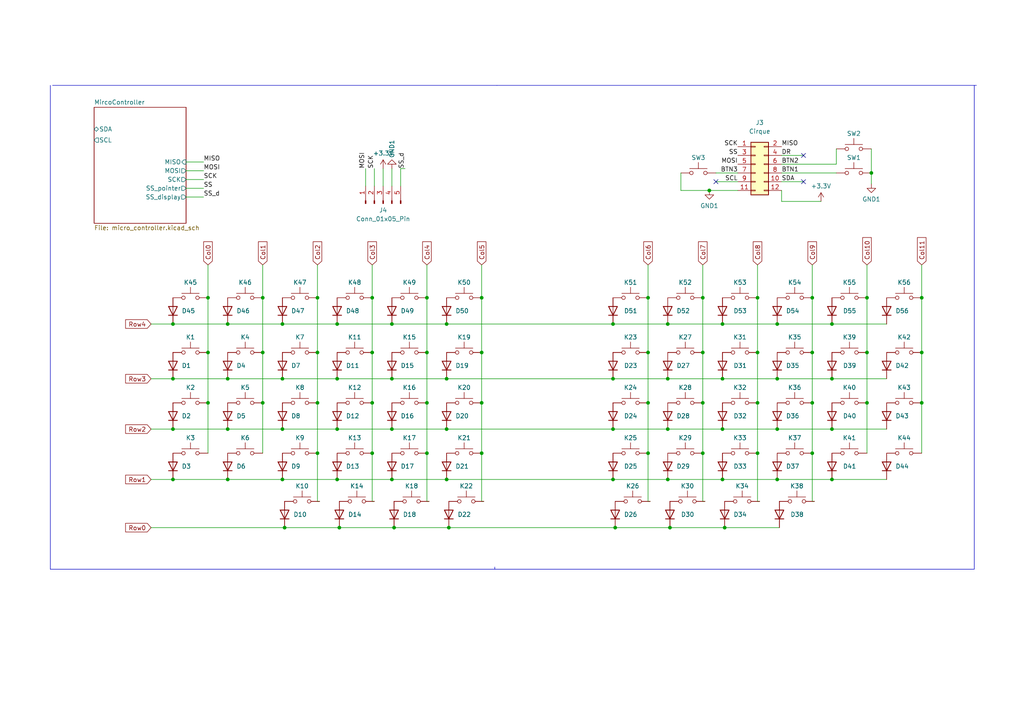
<source format=kicad_sch>
(kicad_sch (version 20230121) (generator eeschema)
  (paper "A4")
  (lib_symbols
    (symbol "Connector:Conn_01x05_Pin" (pin_names (offset 1.016) hide)
      (property "Reference" "J" (at 0 7.62 0))
      (property "Value" "Conn_01x05_Pin" (at 0 -7.62 0))
      (symbol "Conn_01x05_Pin_1_1"
        (polyline (pts (xy 1.27 -5.08) (xy 0.8636 -5.08)) (stroke (width 0.1524)))
        (polyline (pts (xy 1.27 -2.54) (xy 0.8636 -2.54)) (stroke (width 0.1524)))
        (polyline (pts (xy 1.27 0) (xy 0.8636 0)) (stroke (width 0.1524)))
        (polyline (pts (xy 1.27 2.54) (xy 0.8636 2.54)) (stroke (width 0.1524)))
        (polyline (pts (xy 1.27 5.08) (xy 0.8636 5.08)) (stroke (width 0.1524)))
        (rectangle (start 0.8636 -4.953) (end 0 -5.207) (stroke (width 0.1524)) (fill (type outline)))
        (rectangle (start 0.8636 -2.413) (end 0 -2.667) (stroke (width 0.1524)) (fill (type outline)))
        (rectangle (start 0.8636 0.127) (end 0 -0.127) (stroke (width 0.1524)) (fill (type outline)))
        (rectangle (start 0.8636 2.667) (end 0 2.413) (stroke (width 0.1524)) (fill (type outline)))
        (rectangle (start 0.8636 5.207) (end 0 4.953) (stroke (width 0.1524)) (fill (type outline)))
        (pin passive line (at 5.08 5.08 180) (length 3.81) (name "Pin_1") (number "1"))
        (pin passive line (at 5.08 2.54 180) (length 3.81) (name "Pin_2") (number "2"))
        (pin passive line (at 5.08 0 180) (length 3.81) (name "Pin_3") (number "3"))
        (pin passive line (at 5.08 -2.54 180) (length 3.81) (name "Pin_4") (number "4"))
        (pin passive line (at 5.08 -5.08 180) (length 3.81) (name "Pin_5") (number "5"))
      )
    )
    (symbol "Connector_Generic:Conn_02x06_Odd_Even" (pin_names (offset 1.016) hide)
      (property "Reference" "J" (at 1.27 7.62 0))
      (property "Value" "Conn_02x06_Odd_Even" (at 1.27 -10.16 0))
      (symbol "Conn_02x06_Odd_Even_1_1"
        (rectangle (start -1.27 -7.493) (end 0 -7.747) (stroke (width 0.1524)))
        (rectangle (start -1.27 -4.953) (end 0 -5.207) (stroke (width 0.1524)))
        (rectangle (start -1.27 -2.413) (end 0 -2.667) (stroke (width 0.1524)))
        (rectangle (start -1.27 0.127) (end 0 -0.127) (stroke (width 0.1524)))
        (rectangle (start -1.27 2.667) (end 0 2.413) (stroke (width 0.1524)))
        (rectangle (start -1.27 5.207) (end 0 4.953) (stroke (width 0.1524)))
        (rectangle (start -1.27 6.35) (end 3.81 -8.89) (stroke (width 0.254)) (fill (type background)))
        (rectangle (start 3.81 -7.493) (end 2.54 -7.747) (stroke (width 0.1524)))
        (rectangle (start 3.81 -4.953) (end 2.54 -5.207) (stroke (width 0.1524)))
        (rectangle (start 3.81 -2.413) (end 2.54 -2.667) (stroke (width 0.1524)))
        (rectangle (start 3.81 0.127) (end 2.54 -0.127) (stroke (width 0.1524)))
        (rectangle (start 3.81 2.667) (end 2.54 2.413) (stroke (width 0.1524)))
        (rectangle (start 3.81 5.207) (end 2.54 4.953) (stroke (width 0.1524)))
        (pin passive line (at -5.08 5.08 0) (length 3.81) (name "Pin_1") (number "1"))
        (pin passive line (at 7.62 -5.08 180) (length 3.81) (name "Pin_10") (number "10"))
        (pin passive line (at -5.08 -7.62 0) (length 3.81) (name "Pin_11") (number "11"))
        (pin passive line (at 7.62 -7.62 180) (length 3.81) (name "Pin_12") (number "12"))
        (pin passive line (at 7.62 5.08 180) (length 3.81) (name "Pin_2") (number "2"))
        (pin passive line (at -5.08 2.54 0) (length 3.81) (name "Pin_3") (number "3"))
        (pin passive line (at 7.62 2.54 180) (length 3.81) (name "Pin_4") (number "4"))
        (pin passive line (at -5.08 0 0) (length 3.81) (name "Pin_5") (number "5"))
        (pin passive line (at 7.62 0 180) (length 3.81) (name "Pin_6") (number "6"))
        (pin passive line (at -5.08 -2.54 0) (length 3.81) (name "Pin_7") (number "7"))
        (pin passive line (at 7.62 -2.54 180) (length 3.81) (name "Pin_8") (number "8"))
        (pin passive line (at -5.08 -5.08 0) (length 3.81) (name "Pin_9") (number "9"))
      )
    )
    (symbol "Diode:1N4148W" (pin_numbers hide) (pin_names hide)
      (property "Reference" "D" (at 0 2.54 0))
      (property "Value" "1N4148W" (at 0 -2.54 0))
      (symbol "1N4148W_0_1"
        (polyline (pts (xy -1.27 1.27) (xy -1.27 -1.27)) (stroke (width 0.254)))
        (polyline (pts (xy 1.27 0) (xy -1.27 0)))
        (polyline (pts (xy 1.27 1.27) (xy 1.27 -1.27) (xy -1.27 0) (xy 1.27 1.27)) (stroke (width 0.254)))
      )
      (symbol "1N4148W_1_1"
        (pin passive line (at -3.81 0 0) (length 2.54) (name "K") (number "1"))
        (pin passive line (at 3.81 0 180) (length 2.54) (name "A") (number "2"))
      )
    )
    (symbol "Switch:SW_Push" (pin_numbers hide) (pin_names (offset 1.016) hide)
      (property "Reference" "SW" (at 1.27 2.54 0))
      (property "Value" "SW_Push" (at 0 -1.524 0))
      (symbol "SW_Push_0_1"
        (circle (center -2.032 0) (radius 0.508))
        (polyline (pts (xy 0 1.27) (xy 0 3.048)))
        (polyline (pts (xy 2.54 1.27) (xy -2.54 1.27)))
        (circle (center 2.032 0) (radius 0.508))
        (pin passive line (at -5.08 0 0) (length 2.54) (name "1") (number "1"))
        (pin passive line (at 5.08 0 180) (length 2.54) (name "2") (number "2"))
      )
    )
    (symbol "power:+3.3V" (power) (pin_names (offset 0))
      (property "Value" "+3.3V" (at 0 3.556 0))
      (symbol "+3.3V_0_1"
        (polyline (pts (xy -0.762 1.27) (xy 0 2.54)))
        (polyline (pts (xy 0 0) (xy 0 2.54)))
        (polyline (pts (xy 0 2.54) (xy 0.762 1.27)))
      )
      (symbol "+3.3V_1_1"
        (pin power_in line (at 0 0 90) (length 0) hide (name "+3.3V") (number "1"))
      )
    )
    (symbol "power:GND1" (power) (pin_names (offset 0))
      (property "Value" "GND1" (at 0 -3.81 0))
      (symbol "GND1_0_1"
        (polyline (pts (xy 0 0) (xy 0 -1.27) (xy 1.27 -1.27) (xy 0 -2.54) (xy -1.27 -1.27) (xy 0 -1.27)))
      )
      (symbol "GND1_1_1"
        (pin power_in line (at 0 0 270) (length 0) hide (name "GND1") (number "1"))
      )
    )
  )
  (junction (at 139.7 131.445))
  (junction (at 177.8 124.46))
  (junction (at 113.665 139.065))
  (junction (at 251.46 116.84))
  (junction (at 66.04 124.46))
  (junction (at 113.665 124.46))
  (junction (at 267.335 86.36))
  (junction (at 139.7 116.84))
  (junction (at 203.835 131.445))
  (junction (at 177.8 93.98))
  (junction (at 219.71 131.445))
  (junction (at 129.54 93.98))
  (junction (at 225.425 109.855))
  (junction (at 203.835 86.36))
  (junction (at 178.435 153.035))
  (junction (at 92.075 131.445))
  (junction (at 241.3 124.46))
  (junction (at 123.825 102.235))
  (junction (at 97.79 109.855))
  (junction (at 209.55 139.065))
  (junction (at 203.835 116.84))
  (junction (at 193.675 139.065))
  (junction (at 114.3 153.035))
  (junction (at 76.2 86.36))
  (junction (at 66.04 93.98))
  (junction (at 123.825 116.84))
  (junction (at 50.165 109.855))
  (junction (at 267.335 102.235))
  (junction (at 219.71 116.84))
  (junction (at 225.425 139.065))
  (junction (at 209.55 124.46))
  (junction (at 219.71 102.235))
  (junction (at 123.825 86.36))
  (junction (at 209.55 109.855))
  (junction (at 187.96 116.84))
  (junction (at 219.71 86.36))
  (junction (at 92.075 86.36))
  (junction (at 235.585 131.445))
  (junction (at 98.425 153.035))
  (junction (at 66.04 109.855))
  (junction (at 194.31 153.035))
  (junction (at 50.165 93.98))
  (junction (at 235.585 116.84))
  (junction (at 60.325 86.36))
  (junction (at 76.2 116.84))
  (junction (at 92.075 116.84))
  (junction (at 241.3 93.98))
  (junction (at 60.325 116.84))
  (junction (at 81.915 124.46))
  (junction (at 187.96 86.36))
  (junction (at 81.915 139.065))
  (junction (at 66.04 139.065))
  (junction (at 50.165 139.065))
  (junction (at 76.2 102.235))
  (junction (at 235.585 102.235))
  (junction (at 241.3 139.065))
  (junction (at 193.675 124.46))
  (junction (at 92.075 102.235))
  (junction (at 129.54 139.065))
  (junction (at 60.325 102.235))
  (junction (at 267.335 116.84))
  (junction (at 225.425 93.98))
  (junction (at 139.7 102.235))
  (junction (at 130.175 153.035))
  (junction (at 251.46 102.235))
  (junction (at 82.55 153.035))
  (junction (at 210.185 153.035))
  (junction (at 235.585 86.36))
  (junction (at 225.425 124.46))
  (junction (at 187.96 131.445))
  (junction (at 139.7 86.36))
  (junction (at 252.73 50.165))
  (junction (at 203.835 102.235))
  (junction (at 193.675 93.98))
  (junction (at 81.915 93.98))
  (junction (at 177.8 109.855))
  (junction (at 50.165 124.46))
  (junction (at 193.675 109.855))
  (junction (at 97.79 93.98))
  (junction (at 251.46 86.36))
  (junction (at 205.74 55.245))
  (junction (at 129.54 124.46))
  (junction (at 129.54 109.855))
  (junction (at 113.665 109.855))
  (junction (at 97.79 139.065))
  (junction (at 107.95 102.235))
  (junction (at 97.79 124.46))
  (junction (at 107.95 86.36))
  (junction (at 81.915 109.855))
  (junction (at 107.95 131.445))
  (junction (at 187.96 102.235))
  (junction (at 241.3 109.855))
  (junction (at 177.8 139.065))
  (junction (at 123.825 131.445))
  (junction (at 209.55 93.98))
  (junction (at 113.665 93.98))
  (junction (at 107.95 116.84))
  (no_connect (at 233.045 52.705))
  (no_connect (at 207.645 52.705))
  (no_connect (at 233.045 45.085))
  (wire (pts (xy 197.485 55.245) (xy 205.74 55.245)))
  (wire (pts (xy 53.975 49.53) (xy 59.055 49.53)))
  (wire (pts (xy 92.075 102.235) (xy 92.075 116.84)))
  (wire (pts (xy 187.96 116.84) (xy 187.96 131.445)))
  (wire (pts (xy 267.335 86.36) (xy 267.335 102.235)))
  (wire (pts (xy 139.7 131.445) (xy 139.7 145.415)))
  (wire (pts (xy 60.325 76.835) (xy 60.325 86.36)))
  (wire (pts (xy 252.73 43.18) (xy 252.73 50.165)))
  (wire (pts (xy 187.96 131.445) (xy 187.96 145.415)))
  (wire (pts (xy 43.815 153.035) (xy 82.55 153.035)))
  (wire (pts (xy 139.7 116.84) (xy 139.7 131.445)))
  (wire (pts (xy 209.55 93.98) (xy 225.425 93.98)))
  (wire (pts (xy 235.585 145.415) (xy 236.22 145.415)))
  (wire (pts (xy 43.815 124.46) (xy 50.165 124.46)))
  (wire (pts (xy 193.675 124.46) (xy 209.55 124.46)))
  (wire (pts (xy 107.95 102.235) (xy 107.95 116.84)))
  (wire (pts (xy 225.425 139.065) (xy 241.3 139.065)))
  (wire (pts (xy 43.815 93.98) (xy 50.165 93.98)))
  (wire (pts (xy 53.975 46.99) (xy 59.055 46.99)))
  (wire (pts (xy 241.3 124.46) (xy 257.175 124.46)))
  (wire (pts (xy 123.825 102.235) (xy 123.825 116.84)))
  (wire (pts (xy 81.915 109.855) (xy 97.79 109.855)))
  (wire (pts (xy 81.915 139.065) (xy 97.79 139.065)))
  (wire (pts (xy 106.045 48.895) (xy 106.045 53.975)))
  (wire (pts (xy 116.205 48.895) (xy 116.205 53.975)))
  (wire (pts (xy 219.71 145.415) (xy 220.345 145.415)))
  (wire (pts (xy 113.665 109.855) (xy 129.54 109.855)))
  (wire (pts (xy 114.3 153.035) (xy 130.175 153.035)))
  (wire (pts (xy 203.835 102.235) (xy 203.835 116.84)))
  (wire (pts (xy 193.675 139.065) (xy 209.55 139.065)))
  (wire (pts (xy 267.335 116.84) (xy 267.335 131.445)))
  (wire (pts (xy 203.835 131.445) (xy 203.835 145.415)))
  (wire (pts (xy 60.325 102.235) (xy 60.325 116.84)))
  (wire (pts (xy 197.485 50.165) (xy 197.485 55.245)))
  (wire (pts (xy 219.71 86.36) (xy 219.71 102.235)))
  (wire (pts (xy 178.435 153.035) (xy 194.31 153.035)))
  (wire (pts (xy 209.55 109.855) (xy 225.425 109.855)))
  (wire (pts (xy 203.835 116.84) (xy 203.835 131.445)))
  (wire (pts (xy 53.975 54.61) (xy 59.055 54.61)))
  (polyline (pts (xy 282.575 165.1) (xy 143.51 165.1)))
  (wire (pts (xy 107.95 145.415) (xy 108.585 145.415)))
  (wire (pts (xy 113.665 124.46) (xy 129.54 124.46)))
  (wire (pts (xy 207.645 50.165) (xy 213.995 50.165)))
  (polyline (pts (xy 143.51 164.465) (xy 143.51 165.1)))
  (wire (pts (xy 203.835 145.415) (xy 204.47 145.415)))
  (wire (pts (xy 209.55 124.46) (xy 225.425 124.46)))
  (wire (pts (xy 241.3 93.98) (xy 257.175 93.98)))
  (wire (pts (xy 177.8 109.855) (xy 193.675 109.855)))
  (wire (pts (xy 113.665 139.065) (xy 129.54 139.065)))
  (wire (pts (xy 50.165 124.46) (xy 66.04 124.46)))
  (wire (pts (xy 113.665 48.895) (xy 113.665 53.975)))
  (wire (pts (xy 123.825 145.415) (xy 124.46 145.415)))
  (wire (pts (xy 92.075 76.835) (xy 92.075 86.36)))
  (wire (pts (xy 111.125 48.895) (xy 111.125 53.975)))
  (wire (pts (xy 251.46 76.835) (xy 251.46 86.36)))
  (wire (pts (xy 187.96 102.235) (xy 187.96 116.84)))
  (wire (pts (xy 107.95 116.84) (xy 107.95 131.445)))
  (wire (pts (xy 66.04 109.855) (xy 81.915 109.855)))
  (wire (pts (xy 66.04 124.46) (xy 81.915 124.46)))
  (wire (pts (xy 251.46 116.84) (xy 251.46 131.445)))
  (wire (pts (xy 92.075 131.445) (xy 92.075 145.415)))
  (wire (pts (xy 107.95 86.36) (xy 107.95 102.235)))
  (wire (pts (xy 177.8 139.065) (xy 193.675 139.065)))
  (wire (pts (xy 267.335 76.835) (xy 267.335 86.36)))
  (wire (pts (xy 252.73 53.34) (xy 252.73 50.165)))
  (wire (pts (xy 97.79 93.98) (xy 113.665 93.98)))
  (wire (pts (xy 97.79 124.46) (xy 113.665 124.46)))
  (wire (pts (xy 207.645 52.705) (xy 213.995 52.705)))
  (wire (pts (xy 251.46 86.36) (xy 251.46 102.235)))
  (wire (pts (xy 66.04 93.98) (xy 81.915 93.98)))
  (wire (pts (xy 76.2 76.835) (xy 76.2 86.36)))
  (wire (pts (xy 82.55 153.035) (xy 98.425 153.035)))
  (wire (pts (xy 76.2 102.235) (xy 76.2 116.84)))
  (wire (pts (xy 233.045 52.705) (xy 226.695 52.705)))
  (wire (pts (xy 203.835 76.835) (xy 203.835 86.36)))
  (wire (pts (xy 60.325 86.36) (xy 60.325 102.235)))
  (wire (pts (xy 123.825 131.445) (xy 123.825 145.415)))
  (wire (pts (xy 225.425 124.46) (xy 241.3 124.46)))
  (wire (pts (xy 225.425 93.98) (xy 241.3 93.98)))
  (wire (pts (xy 177.8 124.46) (xy 193.675 124.46)))
  (wire (pts (xy 209.55 139.065) (xy 225.425 139.065)))
  (wire (pts (xy 187.96 145.415) (xy 188.595 145.415)))
  (wire (pts (xy 241.3 109.855) (xy 257.175 109.855)))
  (wire (pts (xy 235.585 116.84) (xy 235.585 131.445)))
  (wire (pts (xy 92.075 145.415) (xy 92.71 145.415)))
  (wire (pts (xy 226.695 55.245) (xy 226.695 58.42)))
  (wire (pts (xy 187.96 76.835) (xy 187.96 86.36)))
  (wire (pts (xy 123.825 86.36) (xy 123.825 102.235)))
  (wire (pts (xy 139.7 102.235) (xy 139.7 116.84)))
  (wire (pts (xy 66.04 139.065) (xy 81.915 139.065)))
  (wire (pts (xy 92.075 86.36) (xy 92.075 102.235)))
  (wire (pts (xy 123.825 76.835) (xy 123.825 86.36)))
  (polyline (pts (xy 282.575 24.765) (xy 282.575 165.1)))
  (wire (pts (xy 43.815 139.065) (xy 50.165 139.065)))
  (polyline (pts (xy 14.605 165.1) (xy 143.51 165.1)))
  (wire (pts (xy 226.695 47.625) (xy 242.57 47.625)))
  (wire (pts (xy 97.79 139.065) (xy 113.665 139.065)))
  (wire (pts (xy 203.835 86.36) (xy 203.835 102.235)))
  (wire (pts (xy 194.31 153.035) (xy 210.185 153.035)))
  (wire (pts (xy 53.975 57.15) (xy 59.055 57.15)))
  (wire (pts (xy 130.175 153.035) (xy 178.435 153.035)))
  (wire (pts (xy 117.475 48.895) (xy 116.205 48.895)))
  (wire (pts (xy 107.95 76.835) (xy 107.95 86.36)))
  (wire (pts (xy 113.665 93.98) (xy 129.54 93.98)))
  (wire (pts (xy 81.915 124.46) (xy 97.79 124.46)))
  (wire (pts (xy 235.585 76.835) (xy 235.585 86.36)))
  (wire (pts (xy 76.2 86.36) (xy 76.2 102.235)))
  (wire (pts (xy 92.075 116.84) (xy 92.075 131.445)))
  (wire (pts (xy 98.425 153.035) (xy 114.3 153.035)))
  (wire (pts (xy 235.585 86.36) (xy 235.585 102.235)))
  (wire (pts (xy 139.7 76.835) (xy 139.7 86.36)))
  (wire (pts (xy 210.185 153.035) (xy 226.06 153.035)))
  (wire (pts (xy 219.71 102.235) (xy 219.71 116.84)))
  (wire (pts (xy 50.165 93.98) (xy 66.04 93.98)))
  (polyline (pts (xy 144.145 24.765) (xy 283.21 24.765)))
  (wire (pts (xy 107.95 131.445) (xy 107.95 145.415)))
  (wire (pts (xy 50.165 109.855) (xy 66.04 109.855)))
  (wire (pts (xy 108.585 48.895) (xy 108.585 53.975)))
  (wire (pts (xy 226.695 58.42) (xy 238.125 58.42)))
  (wire (pts (xy 129.54 93.98) (xy 177.8 93.98)))
  (wire (pts (xy 129.54 124.46) (xy 177.8 124.46)))
  (wire (pts (xy 251.46 102.235) (xy 251.46 116.84)))
  (wire (pts (xy 219.71 131.445) (xy 219.71 145.415)))
  (wire (pts (xy 43.815 109.855) (xy 50.165 109.855)))
  (wire (pts (xy 235.585 131.445) (xy 235.585 145.415)))
  (wire (pts (xy 205.74 55.245) (xy 213.995 55.245)))
  (wire (pts (xy 97.79 109.855) (xy 113.665 109.855)))
  (wire (pts (xy 60.325 116.84) (xy 60.325 131.445)))
  (wire (pts (xy 193.675 109.855) (xy 209.55 109.855)))
  (wire (pts (xy 139.7 145.415) (xy 140.335 145.415)))
  (wire (pts (xy 225.425 109.855) (xy 241.3 109.855)))
  (wire (pts (xy 235.585 102.235) (xy 235.585 116.84)))
  (wire (pts (xy 123.825 116.84) (xy 123.825 131.445)))
  (wire (pts (xy 226.695 50.165) (xy 242.57 50.165)))
  (wire (pts (xy 241.3 139.065) (xy 257.175 139.065)))
  (wire (pts (xy 242.57 47.625) (xy 242.57 43.18)))
  (wire (pts (xy 76.2 116.84) (xy 76.2 131.445)))
  (wire (pts (xy 81.915 93.98) (xy 97.79 93.98)))
  (wire (pts (xy 226.695 45.085) (xy 233.045 45.085)))
  (wire (pts (xy 177.8 93.98) (xy 193.675 93.98)))
  (polyline (pts (xy 14.605 24.765) (xy 14.605 165.1)))
  (wire (pts (xy 219.71 76.835) (xy 219.71 86.36)))
  (wire (pts (xy 193.675 93.98) (xy 209.55 93.98)))
  (wire (pts (xy 187.96 86.36) (xy 187.96 102.235)))
  (wire (pts (xy 219.71 116.84) (xy 219.71 131.445)))
  (wire (pts (xy 129.54 109.855) (xy 177.8 109.855)))
  (wire (pts (xy 53.975 52.07) (xy 59.055 52.07)))
  (wire (pts (xy 267.335 102.235) (xy 267.335 116.84)))
  (wire (pts (xy 129.54 139.065) (xy 177.8 139.065)))
  (wire (pts (xy 50.165 139.065) (xy 66.04 139.065)))
  (polyline (pts (xy 144.145 24.765) (xy 15.24 24.765)))
  (wire (pts (xy 139.7 86.36) (xy 139.7 102.235)))
  (label "MOSI" (at 59.055 49.53 0))
  (label "SCK" (at 108.585 48.895 90))
  (label "MOSI" (at 106.045 48.895 90))
  (label "MOSI" (at 213.995 47.625 180))
  (label "BTN2" (at 226.695 47.625 0))
  (label "SS" (at 59.055 54.61 0))
  (label "SS" (at 213.995 45.085 180))
  (label "SS_d" (at 59.055 57.15 0))
  (label "DR" (at 226.695 45.085 0))
  (label "MISO" (at 226.695 42.545 0))
  (label "MISO" (at 59.055 46.99 0))
  (label "SS_d" (at 117.475 48.895 90))
  (label "SCL" (at 213.995 52.705 180))
  (label "SDA" (at 226.695 52.705 0))
  (label "SCK" (at 213.995 42.545 180))
  (label "BTN3" (at 213.995 50.165 180))
  (label "SCK" (at 59.055 52.07 0))
  (label "BTN1" (at 226.695 50.165 0))
  (global_label "Col9" (shape input) (at 235.585 76.835 90) (property "Intersheetrefs" "${INTERSHEET_REFS}" (effects hide)))
  (global_label "Row4" (shape input) (at 43.815 93.98 180) (property "Intersheetrefs" "${INTERSHEET_REFS}" (effects hide)))
  (global_label "Col8" (shape input) (at 219.71 76.835 90) (property "Intersheetrefs" "${INTERSHEET_REFS}" (effects hide)))
  (global_label "Row3" (shape input) (at 43.815 109.855 180) (property "Intersheetrefs" "${INTERSHEET_REFS}" (effects hide)))
  (global_label "Col3" (shape input) (at 107.95 76.835 90) (property "Intersheetrefs" "${INTERSHEET_REFS}" (effects hide)))
  (global_label "Col10" (shape input) (at 251.46 76.835 90) (property "Intersheetrefs" "${INTERSHEET_REFS}" (effects hide)))
  (global_label "Col1" (shape input) (at 76.2 76.835 90) (property "Intersheetrefs" "${INTERSHEET_REFS}" (effects hide)))
  (global_label "Col4" (shape input) (at 123.825 76.835 90) (property "Intersheetrefs" "${INTERSHEET_REFS}" (effects hide)))
  (global_label "Row0" (shape input) (at 43.815 153.035 180) (property "Intersheetrefs" "${INTERSHEET_REFS}" (effects hide)))
  (global_label "Col7" (shape input) (at 203.835 76.835 90) (property "Intersheetrefs" "${INTERSHEET_REFS}" (effects hide)))
  (global_label "Col6" (shape input) (at 187.96 76.835 90) (property "Intersheetrefs" "${INTERSHEET_REFS}" (effects hide)))
  (global_label "Row1" (shape input) (at 43.815 139.065 180) (property "Intersheetrefs" "${INTERSHEET_REFS}" (effects hide)))
  (global_label "Col2" (shape input) (at 92.075 76.835 90) (property "Intersheetrefs" "${INTERSHEET_REFS}" (effects hide)))
  (global_label "Col0" (shape input) (at 60.325 76.835 90) (property "Intersheetrefs" "${INTERSHEET_REFS}" (effects hide)))
  (global_label "Col11" (shape input) (at 267.335 76.835 90) (property "Intersheetrefs" "${INTERSHEET_REFS}" (effects hide)))
  (global_label "Row2" (shape input) (at 43.815 124.46 180) (property "Intersheetrefs" "${INTERSHEET_REFS}" (effects hide)))
  (global_label "Col5" (shape input) (at 139.7 76.835 90) (property "Intersheetrefs" "${INTERSHEET_REFS}" (effects hide)))
  (symbol (lib_id "Diode:1N4148W") (at 209.55 106.045 90) (unit 1)
    (property "Reference" "D31" (at 212.725 106.0449 90) (effects (justify right)))
    (property "Value" "1N4148W" (effects hide))
    (property "Footprint" "Diode_SMD:D_SOD-123" (effects hide))
    (property "Datasheet" "https://www.vishay.com/docs/85748/1n4148w.pdf" (effects hide))
  )
  (symbol (lib_id "power:+3.3V") (at 238.125 58.42 0) (unit 1)
    (property "Reference" "#PWR0101" (effects hide))
    (property "Value" "+3.3V" (at 238.125 53.975 0))
  )
  (symbol (lib_id "Diode:1N4148W") (at 81.915 90.17 90) (unit 1)
    (property "Reference" "D47" (at 84.455 90.1699 90) (effects (justify right)))
    (property "Value" "1N4148W" (effects hide))
    (property "Footprint" "Diode_SMD:D_SOD-123" (effects hide))
    (property "Datasheet" "https://www.vishay.com/docs/85748/1n4148w.pdf" (effects hide))
  )
  (symbol (lib_id "Switch:SW_Push") (at 71.12 86.36 0) (unit 1)
    (property "Reference" "K46" (at 71.12 81.915 0))
    (property "Value" "SW_Push" (effects hide))
    (property "Footprint" "keyswitches:Kailh_socket_PG1350_1.0u" (effects hide))
  )
  (symbol (lib_id "Switch:SW_Push") (at 214.63 116.84 0) (unit 1)
    (property "Reference" "K32" (at 214.63 112.395 0))
    (property "Value" "SW_Push" (effects hide))
    (property "Footprint" "keyswitches:Kailh_socket_PG1350_1.0u" (effects hide))
  )
  (symbol (lib_id "Switch:SW_Push") (at 262.255 131.445 0) (unit 1)
    (property "Reference" "K44" (at 262.255 127 0))
    (property "Value" "SW_Push" (effects hide))
    (property "Footprint" "keyswitches:Kailh_socket_PG1350_1.0u" (effects hide))
  )
  (symbol (lib_id "Switch:SW_Push") (at 134.62 102.235 0) (unit 1)
    (property "Reference" "K19" (at 134.62 97.79 0))
    (property "Value" "SW_Push" (effects hide))
    (property "Footprint" "keyswitches:Kailh_socket_PG1350_1.0u" (effects hide))
  )
  (symbol (lib_id "Switch:SW_Push") (at 230.505 102.235 0) (unit 1)
    (property "Reference" "K35" (at 230.505 97.79 0))
    (property "Value" "SW_Push" (effects hide))
    (property "Footprint" "keyswitches:Kailh_socket_PG1350_1.0u" (effects hide))
  )
  (symbol (lib_id "Switch:SW_Push") (at 231.14 145.415 0) (unit 1)
    (property "Reference" "K38" (at 231.14 140.97 0))
    (property "Value" "SW_Push" (effects hide))
    (property "Footprint" "keyswitches:Kailh_socket_PG1350_1.5u" (effects hide))
  )
  (symbol (lib_id "Diode:1N4148W") (at 113.665 90.17 90) (unit 1)
    (property "Reference" "D49" (at 116.205 90.1699 90) (effects (justify right)))
    (property "Value" "1N4148W" (effects hide))
    (property "Footprint" "Diode_SMD:D_SOD-123" (effects hide))
    (property "Datasheet" "https://www.vishay.com/docs/85748/1n4148w.pdf" (effects hide))
  )
  (symbol (lib_id "Switch:SW_Push") (at 246.38 102.235 0) (unit 1)
    (property "Reference" "K39" (at 246.38 97.79 0))
    (property "Value" "SW_Push" (effects hide))
    (property "Footprint" "keyswitches:Kailh_socket_PG1350_1.0u" (effects hide))
  )
  (symbol (lib_id "Switch:SW_Push") (at 86.995 102.235 0) (unit 1)
    (property "Reference" "K7" (at 86.995 97.79 0))
    (property "Value" "SW_Push" (effects hide))
    (property "Footprint" "keyswitches:Kailh_socket_PG1350_1.0u" (effects hide))
  )
  (symbol (lib_id "Diode:1N4148W") (at 129.54 90.17 90) (unit 1)
    (property "Reference" "D50" (at 132.08 90.1699 90) (effects (justify right)))
    (property "Value" "1N4148W" (effects hide))
    (property "Footprint" "Diode_SMD:D_SOD-123" (effects hide))
    (property "Datasheet" "https://www.vishay.com/docs/85748/1n4148w.pdf" (effects hide))
  )
  (symbol (lib_id "Switch:SW_Push") (at 246.38 86.36 0) (unit 1)
    (property "Reference" "K55" (at 246.38 81.915 0))
    (property "Value" "SW_Push" (effects hide))
    (property "Footprint" "keyswitches:Kailh_socket_PG1350_1.0u" (effects hide))
  )
  (symbol (lib_id "Diode:1N4148W") (at 209.55 135.255 90) (unit 1)
    (property "Reference" "D33" (at 212.725 135.2549 90) (effects (justify right)))
    (property "Value" "1N4148W" (effects hide))
    (property "Footprint" "Diode_SMD:D_SOD-123" (effects hide))
    (property "Datasheet" "https://www.vishay.com/docs/85748/1n4148w.pdf" (effects hide))
  )
  (symbol (lib_id "Diode:1N4148W") (at 50.165 135.255 90) (unit 1)
    (property "Reference" "D3" (at 52.705 135.2549 90) (effects (justify right)))
    (property "Value" "1N4148W" (effects hide))
    (property "Footprint" "Diode_SMD:D_SOD-123" (effects hide))
    (property "Datasheet" "https://www.vishay.com/docs/85748/1n4148w.pdf" (effects hide))
  )
  (symbol (lib_id "Diode:1N4148W") (at 257.175 120.65 90) (unit 1)
    (property "Reference" "D43" (at 259.715 120.6499 90) (effects (justify right)))
    (property "Value" "1N4148W" (effects hide))
    (property "Footprint" "Diode_SMD:D_SOD-123" (effects hide))
    (property "Datasheet" "https://www.vishay.com/docs/85748/1n4148w.pdf" (effects hide))
  )
  (symbol (lib_id "Diode:1N4148W") (at 129.54 106.045 90) (unit 1)
    (property "Reference" "D19" (at 132.08 106.0449 90) (effects (justify right)))
    (property "Value" "1N4148W" (effects hide))
    (property "Footprint" "Diode_SMD:D_SOD-123" (effects hide))
    (property "Datasheet" "https://www.vishay.com/docs/85748/1n4148w.pdf" (effects hide))
  )
  (symbol (lib_id "Diode:1N4148W") (at 193.675 106.045 90) (unit 1)
    (property "Reference" "D27" (at 196.215 106.0449 90) (effects (justify right)))
    (property "Value" "1N4148W" (effects hide))
    (property "Footprint" "Diode_SMD:D_SOD-123" (effects hide))
    (property "Datasheet" "https://www.vishay.com/docs/85748/1n4148w.pdf" (effects hide))
  )
  (symbol (lib_id "Diode:1N4148W") (at 81.915 120.65 90) (unit 1)
    (property "Reference" "D8" (at 84.455 120.6499 90) (effects (justify right)))
    (property "Value" "1N4148W" (effects hide))
    (property "Footprint" "Diode_SMD:D_SOD-123" (effects hide))
    (property "Datasheet" "https://www.vishay.com/docs/85748/1n4148w.pdf" (effects hide))
  )
  (symbol (lib_id "Diode:1N4148W") (at 193.675 90.17 90) (unit 1)
    (property "Reference" "D52" (at 196.215 90.1699 90) (effects (justify right)))
    (property "Value" "1N4148W" (effects hide))
    (property "Footprint" "Diode_SMD:D_SOD-123" (effects hide))
    (property "Datasheet" "https://www.vishay.com/docs/85748/1n4148w.pdf" (effects hide))
  )
  (symbol (lib_id "Diode:1N4148W") (at 97.79 120.65 90) (unit 1)
    (property "Reference" "D12" (at 100.33 120.6499 90) (effects (justify right)))
    (property "Value" "1N4148W" (effects hide))
    (property "Footprint" "Diode_SMD:D_SOD-123" (effects hide))
    (property "Datasheet" "https://www.vishay.com/docs/85748/1n4148w.pdf" (effects hide))
  )
  (symbol (lib_id "Switch:SW_Push") (at 198.755 86.36 0) (unit 1)
    (property "Reference" "K52" (at 198.755 81.915 0))
    (property "Value" "SW_Push" (effects hide))
    (property "Footprint" "keyswitches:Kailh_socket_PG1350_1.0u" (effects hide))
  )
  (symbol (lib_id "Diode:1N4148W") (at 257.175 135.255 90) (unit 1)
    (property "Reference" "D44" (at 259.715 135.2549 90) (effects (justify right)))
    (property "Value" "1N4148W" (effects hide))
    (property "Footprint" "Diode_SMD:D_SOD-123" (effects hide))
    (property "Datasheet" "https://www.vishay.com/docs/85748/1n4148w.pdf" (effects hide))
  )
  (symbol (lib_id "Switch:SW_Push") (at 135.255 145.415 0) (unit 1)
    (property "Reference" "K22" (at 135.255 140.97 0))
    (property "Value" "SW_Push" (effects hide))
    (property "Footprint" "keyswitches:Kailh_socket_PG1350_1.0u" (effects hide))
  )
  (symbol (lib_id "Diode:1N4148W") (at 178.435 149.225 90) (unit 1)
    (property "Reference" "D26" (at 180.975 149.2249 90) (effects (justify right)))
    (property "Value" "1N4148W" (effects hide))
    (property "Footprint" "Diode_SMD:D_SOD-123" (effects hide))
    (property "Datasheet" "https://www.vishay.com/docs/85748/1n4148w.pdf" (effects hide))
  )
  (symbol (lib_id "Connector:Conn_01x05_Pin") (at 111.125 59.055 90) (unit 1)
    (property "Reference" "J4" (at 111.125 60.96 90))
    (property "Value" "Conn_01x05_Pin" (at 111.125 63.5 90))
    (property "Footprint" "Connector_PinHeader_2.00mm:PinHeader_1x05_P2.00mm_Vertical" (effects hide))
  )
  (symbol (lib_id "Switch:SW_Push") (at 247.65 43.18 0) (unit 1)
    (property "Reference" "SW2" (at 247.65 38.735 0))
    (property "Value" "SW_Push" (effects hide))
    (property "Footprint" "Button_Switch_THT:SW_PUSH_6mm_H5mm" (effects hide))
  )
  (symbol (lib_id "Switch:SW_Push") (at 214.63 131.445 0) (unit 1)
    (property "Reference" "K33" (at 214.63 127 0))
    (property "Value" "SW_Push" (effects hide))
    (property "Footprint" "keyswitches:Kailh_socket_PG1350_1.0u" (effects hide))
  )
  (symbol (lib_id "Diode:1N4148W") (at 129.54 120.65 90) (unit 1)
    (property "Reference" "D20" (at 132.08 120.6499 90) (effects (justify right)))
    (property "Value" "1N4148W" (effects hide))
    (property "Footprint" "Diode_SMD:D_SOD-123" (effects hide))
    (property "Datasheet" "https://www.vishay.com/docs/85748/1n4148w.pdf" (effects hide))
  )
  (symbol (lib_id "power:GND1") (at 113.665 48.895 180) (unit 1)
    (property "Reference" "#PWR02" (effects hide))
    (property "Value" "GND1" (at 113.665 43.18 90))
  )
  (symbol (lib_id "Diode:1N4148W") (at 98.425 149.225 90) (unit 1)
    (property "Reference" "D14" (at 100.965 149.2249 90) (effects (justify right)))
    (property "Value" "1N4148W" (effects hide))
    (property "Footprint" "Diode_SMD:D_SOD-123" (effects hide))
    (property "Datasheet" "https://www.vishay.com/docs/85748/1n4148w.pdf" (effects hide))
  )
  (symbol (lib_id "Diode:1N4148W") (at 50.165 90.17 90) (unit 1)
    (property "Reference" "D45" (at 52.705 90.1699 90) (effects (justify right)))
    (property "Value" "1N4148W" (effects hide))
    (property "Footprint" "Diode_SMD:D_SOD-123" (effects hide))
    (property "Datasheet" "https://www.vishay.com/docs/85748/1n4148w.pdf" (effects hide))
  )
  (symbol (lib_id "Switch:SW_Push") (at 118.745 131.445 0) (unit 1)
    (property "Reference" "K17" (at 118.745 127 0))
    (property "Value" "SW_Push" (effects hide))
    (property "Footprint" "keyswitches:Kailh_socket_PG1350_1.0u" (effects hide))
  )
  (symbol (lib_id "Diode:1N4148W") (at 81.915 106.045 90) (unit 1)
    (property "Reference" "D7" (at 84.455 106.0449 90) (effects (justify right)))
    (property "Value" "1N4148W" (effects hide))
    (property "Footprint" "Diode_SMD:D_SOD-123" (effects hide))
    (property "Datasheet" "https://www.vishay.com/docs/85748/1n4148w.pdf" (effects hide))
  )
  (symbol (lib_id "Diode:1N4148W") (at 225.425 106.045 90) (unit 1)
    (property "Reference" "D35" (at 227.965 106.0449 90) (effects (justify right)))
    (property "Value" "1N4148W" (effects hide))
    (property "Footprint" "Diode_SMD:D_SOD-123" (effects hide))
    (property "Datasheet" "https://www.vishay.com/docs/85748/1n4148w.pdf" (effects hide))
  )
  (symbol (lib_id "Diode:1N4148W") (at 257.175 106.045 90) (unit 1)
    (property "Reference" "D42" (at 259.715 106.0449 90) (effects (justify right)))
    (property "Value" "1N4148W" (effects hide))
    (property "Footprint" "Diode_SMD:D_SOD-123" (effects hide))
    (property "Datasheet" "https://www.vishay.com/docs/85748/1n4148w.pdf" (effects hide))
  )
  (symbol (lib_id "Switch:SW_Push") (at 215.265 145.415 0) (unit 1)
    (property "Reference" "K34" (at 215.265 140.97 0))
    (property "Value" "SW_Push" (effects hide))
    (property "Footprint" "keyswitches:Kailh_socket_PG1350_1.0u" (effects hide))
  )
  (symbol (lib_id "Switch:SW_Push") (at 202.565 50.165 0) (mirror y) (unit 1)
    (property "Reference" "SW3" (at 202.565 45.72 0))
    (property "Value" "SW_Push" (effects hide))
    (property "Footprint" "Button_Switch_THT:SW_PUSH_6mm_H5mm" (effects hide))
  )
  (symbol (lib_id "Diode:1N4148W") (at 177.8 90.17 90) (unit 1)
    (property "Reference" "D51" (at 180.975 90.1699 90) (effects (justify right)))
    (property "Value" "1N4148W" (effects hide))
    (property "Footprint" "Diode_SMD:D_SOD-123" (effects hide))
    (property "Datasheet" "https://www.vishay.com/docs/85748/1n4148w.pdf" (effects hide))
  )
  (symbol (lib_id "Diode:1N4148W") (at 97.79 106.045 90) (unit 1)
    (property "Reference" "D11" (at 100.33 106.0449 90) (effects (justify right)))
    (property "Value" "1N4148W" (effects hide))
    (property "Footprint" "Diode_SMD:D_SOD-123" (effects hide))
    (property "Datasheet" "https://www.vishay.com/docs/85748/1n4148w.pdf" (effects hide))
  )
  (symbol (lib_id "Diode:1N4148W") (at 97.79 90.17 90) (unit 1)
    (property "Reference" "D48" (at 100.33 90.1699 90) (effects (justify right)))
    (property "Value" "1N4148W" (effects hide))
    (property "Footprint" "Diode_SMD:D_SOD-123" (effects hide))
    (property "Datasheet" "https://www.vishay.com/docs/85748/1n4148w.pdf" (effects hide))
  )
  (symbol (lib_id "Diode:1N4148W") (at 129.54 135.255 90) (unit 1)
    (property "Reference" "D21" (at 132.08 135.2549 90) (effects (justify right)))
    (property "Value" "1N4148W" (effects hide))
    (property "Footprint" "Diode_SMD:D_SOD-123" (effects hide))
    (property "Datasheet" "https://www.vishay.com/docs/85748/1n4148w.pdf" (effects hide))
  )
  (symbol (lib_id "Switch:SW_Push") (at 182.88 131.445 0) (unit 1)
    (property "Reference" "K25" (at 182.88 127 0))
    (property "Value" "SW_Push" (effects hide))
    (property "Footprint" "keyswitches:Kailh_socket_PG1350_1.0u" (effects hide))
  )
  (symbol (lib_id "Switch:SW_Push") (at 262.255 102.235 0) (unit 1)
    (property "Reference" "K42" (at 262.255 97.79 0))
    (property "Value" "SW_Push" (effects hide))
    (property "Footprint" "keyswitches:Kailh_socket_PG1350_1.0u" (effects hide))
  )
  (symbol (lib_id "Switch:SW_Push") (at 262.255 116.84 0) (unit 1)
    (property "Reference" "K43" (at 262.255 112.395 0))
    (property "Value" "SW_Push" (effects hide))
    (property "Footprint" "keyswitches:Kailh_socket_PG1350_1.0u" (effects hide))
  )
  (symbol (lib_id "Switch:SW_Push") (at 182.88 86.36 0) (unit 1)
    (property "Reference" "K51" (at 182.88 81.915 0))
    (property "Value" "SW_Push" (effects hide))
    (property "Footprint" "keyswitches:Kailh_socket_PG1350_1.0u" (effects hide))
  )
  (symbol (lib_id "Switch:SW_Push") (at 134.62 131.445 0) (unit 1)
    (property "Reference" "K21" (at 134.62 127 0))
    (property "Value" "SW_Push" (effects hide))
    (property "Footprint" "keyswitches:Kailh_socket_PG1350_1.0u" (effects hide))
  )
  (symbol (lib_id "Diode:1N4148W") (at 66.04 135.255 90) (unit 1)
    (property "Reference" "D6" (at 68.58 135.2549 90) (effects (justify right)))
    (property "Value" "1N4148W" (effects hide))
    (property "Footprint" "Diode_SMD:D_SOD-123" (effects hide))
    (property "Datasheet" "https://www.vishay.com/docs/85748/1n4148w.pdf" (effects hide))
  )
  (symbol (lib_id "Switch:SW_Push") (at 134.62 86.36 0) (unit 1)
    (property "Reference" "K50" (at 134.62 81.915 0))
    (property "Value" "SW_Push" (effects hide))
    (property "Footprint" "keyswitches:Kailh_socket_PG1350_1.0u" (effects hide))
  )
  (symbol (lib_id "Diode:1N4148W") (at 66.04 90.17 90) (unit 1)
    (property "Reference" "D46" (at 68.58 90.1699 90) (effects (justify right)))
    (property "Value" "1N4148W" (effects hide))
    (property "Footprint" "Diode_SMD:D_SOD-123" (effects hide))
    (property "Datasheet" "https://www.vishay.com/docs/85748/1n4148w.pdf" (effects hide))
  )
  (symbol (lib_id "Switch:SW_Push") (at 182.88 116.84 0) (unit 1)
    (property "Reference" "K24" (at 182.88 112.395 0))
    (property "Value" "SW_Push" (effects hide))
    (property "Footprint" "keyswitches:Kailh_socket_PG1350_1.0u" (effects hide))
  )
  (symbol (lib_id "Switch:SW_Push") (at 118.745 102.235 0) (unit 1)
    (property "Reference" "K15" (at 118.745 97.79 0))
    (property "Value" "SW_Push" (effects hide))
    (property "Footprint" "keyswitches:Kailh_socket_PG1350_1.0u" (effects hide))
  )
  (symbol (lib_id "Switch:SW_Push") (at 55.245 102.235 0) (unit 1)
    (property "Reference" "K1" (at 55.245 97.79 0))
    (property "Value" "SW_Push" (effects hide))
    (property "Footprint" "keyswitches:Kailh_socket_PG1350_1.0u" (effects hide))
  )
  (symbol (lib_id "Diode:1N4148W") (at 177.8 135.255 90) (unit 1)
    (property "Reference" "D25" (at 180.975 135.2549 90) (effects (justify right)))
    (property "Value" "1N4148W" (effects hide))
    (property "Footprint" "Diode_SMD:D_SOD-123" (effects hide))
    (property "Datasheet" "https://www.vishay.com/docs/85748/1n4148w.pdf" (effects hide))
  )
  (symbol (lib_id "Diode:1N4148W") (at 114.3 149.225 90) (unit 1)
    (property "Reference" "D18" (at 116.84 149.2249 90) (effects (justify right)))
    (property "Value" "1N4148W" (effects hide))
    (property "Footprint" "Diode_SMD:D_SOD-123" (effects hide))
    (property "Datasheet" "https://www.vishay.com/docs/85748/1n4148w.pdf" (effects hide))
  )
  (symbol (lib_id "Switch:SW_Push") (at 55.245 86.36 0) (unit 1)
    (property "Reference" "K45" (at 55.245 81.915 0))
    (property "Value" "SW_Push" (effects hide))
    (property "Footprint" "keyswitches:Kailh_socket_PG1350_1.0u" (effects hide))
  )
  (symbol (lib_id "Diode:1N4148W") (at 210.185 149.225 90) (unit 1)
    (property "Reference" "D34" (at 212.725 149.2249 90) (effects (justify right)))
    (property "Value" "1N4148W" (effects hide))
    (property "Footprint" "Diode_SMD:D_SOD-123" (effects hide))
    (property "Datasheet" "https://www.vishay.com/docs/85748/1n4148w.pdf" (effects hide))
  )
  (symbol (lib_id "power:+3.3V") (at 111.125 48.895 0) (unit 1)
    (property "Reference" "#PWR01" (effects hide))
    (property "Value" "+3.3V" (at 111.125 44.45 0))
  )
  (symbol (lib_id "Diode:1N4148W") (at 241.3 106.045 90) (unit 1)
    (property "Reference" "D39" (at 244.475 106.0449 90) (effects (justify right)))
    (property "Value" "1N4148W" (effects hide))
    (property "Footprint" "Diode_SMD:D_SOD-123" (effects hide))
    (property "Datasheet" "https://www.vishay.com/docs/85748/1n4148w.pdf" (effects hide))
  )
  (symbol (lib_id "Switch:SW_Push") (at 230.505 131.445 0) (unit 1)
    (property "Reference" "K37" (at 230.505 127 0))
    (property "Value" "SW_Push" (effects hide))
    (property "Footprint" "keyswitches:Kailh_socket_PG1350_1.0u" (effects hide))
  )
  (symbol (lib_id "Switch:SW_Push") (at 247.65 50.165 0) (unit 1)
    (property "Reference" "SW1" (at 247.65 45.72 0))
    (property "Value" "SW_Push" (effects hide))
    (property "Footprint" "Button_Switch_THT:SW_PUSH_6mm_H5mm" (effects hide))
  )
  (symbol (lib_id "Switch:SW_Push") (at 102.87 116.84 0) (unit 1)
    (property "Reference" "K12" (at 102.87 112.395 0))
    (property "Value" "SW_Push" (effects hide))
    (property "Footprint" "keyswitches:Kailh_socket_PG1350_1.0u" (effects hide))
  )
  (symbol (lib_id "Connector_Generic:Conn_02x06_Odd_Even") (at 219.075 47.625 0) (unit 1)
    (property "Reference" "J3" (at 220.345 35.56 0))
    (property "Value" "Cirque" (at 220.345 38.1 0))
    (property "Footprint" "Connector_FFC-FPC:Hirose_FH12-12S-0.5SH_1x12-1MP_P0.50mm_Horizontal" (effects hide))
  )
  (symbol (lib_id "Switch:SW_Push") (at 199.39 145.415 0) (unit 1)
    (property "Reference" "K30" (at 199.39 140.97 0))
    (property "Value" "SW_Push" (effects hide))
    (property "Footprint" "keyswitches:Kailh_socket_PG1350_1.5u" (effects hide))
  )
  (symbol (lib_id "Switch:SW_Push") (at 198.755 102.235 0) (unit 1)
    (property "Reference" "K27" (at 198.755 97.79 0))
    (property "Value" "SW_Push" (effects hide))
    (property "Footprint" "keyswitches:Kailh_socket_PG1350_1.0u" (effects hide))
  )
  (symbol (lib_id "Switch:SW_Push") (at 55.245 131.445 0) (unit 1)
    (property "Reference" "K3" (at 55.245 127 0))
    (property "Value" "SW_Push" (effects hide))
    (property "Footprint" "keyswitches:Kailh_socket_PG1350_1.0u" (effects hide))
  )
  (symbol (lib_id "Diode:1N4148W") (at 225.425 120.65 90) (unit 1)
    (property "Reference" "D36" (at 227.965 120.6499 90) (effects (justify right)))
    (property "Value" "1N4148W" (effects hide))
    (property "Footprint" "Diode_SMD:D_SOD-123" (effects hide))
    (property "Datasheet" "https://www.vishay.com/docs/85748/1n4148w.pdf" (effects hide))
  )
  (symbol (lib_id "Diode:1N4148W") (at 225.425 135.255 90) (unit 1)
    (property "Reference" "D37" (at 227.965 135.2549 90) (effects (justify right)))
    (property "Value" "1N4148W" (effects hide))
    (property "Footprint" "Diode_SMD:D_SOD-123" (effects hide))
    (property "Datasheet" "https://www.vishay.com/docs/85748/1n4148w.pdf" (effects hide))
  )
  (symbol (lib_id "Switch:SW_Push") (at 230.505 116.84 0) (unit 1)
    (property "Reference" "K36" (at 230.505 112.395 0))
    (property "Value" "SW_Push" (effects hide))
    (property "Footprint" "keyswitches:Kailh_socket_PG1350_1.0u" (effects hide))
  )
  (symbol (lib_id "Diode:1N4148W") (at 50.165 120.65 90) (unit 1)
    (property "Reference" "D2" (at 52.705 120.6499 90) (effects (justify right)))
    (property "Value" "1N4148W" (effects hide))
    (property "Footprint" "Diode_SMD:D_SOD-123" (effects hide))
    (property "Datasheet" "https://www.vishay.com/docs/85748/1n4148w.pdf" (effects hide))
  )
  (symbol (lib_id "Switch:SW_Push") (at 262.255 86.36 0) (unit 1)
    (property "Reference" "K56" (at 262.255 81.915 0))
    (property "Value" "SW_Push" (effects hide))
    (property "Footprint" "keyswitches:Kailh_socket_PG1350_1.0u" (effects hide))
  )
  (symbol (lib_id "Switch:SW_Push") (at 87.63 145.415 0) (unit 1)
    (property "Reference" "K10" (at 87.63 140.97 0))
    (property "Value" "SW_Push" (effects hide))
    (property "Footprint" "keyswitches:Kailh_socket_PG1350_1.5u" (effects hide))
  )
  (symbol (lib_id "Switch:SW_Push") (at 183.515 145.415 0) (unit 1)
    (property "Reference" "K26" (at 183.515 140.97 0))
    (property "Value" "SW_Push" (effects hide))
    (property "Footprint" "keyswitches:Kailh_socket_PG1350_1.0u" (effects hide))
  )
  (symbol (lib_id "Switch:SW_Push") (at 71.12 116.84 0) (unit 1)
    (property "Reference" "K5" (at 71.12 112.395 0))
    (property "Value" "SW_Push" (effects hide))
    (property "Footprint" "keyswitches:Kailh_socket_PG1350_1.0u" (effects hide))
  )
  (symbol (lib_id "Diode:1N4148W") (at 66.04 106.045 90) (unit 1)
    (property "Reference" "D4" (at 68.58 106.0449 90) (effects (justify right)))
    (property "Value" "1N4148W" (effects hide))
    (property "Footprint" "Diode_SMD:D_SOD-123" (effects hide))
    (property "Datasheet" "https://www.vishay.com/docs/85748/1n4148w.pdf" (effects hide))
  )
  (symbol (lib_id "Diode:1N4148W") (at 257.175 90.17 90) (unit 1)
    (property "Reference" "D56" (at 259.715 90.1699 90) (effects (justify right)))
    (property "Value" "1N4148W" (effects hide))
    (property "Footprint" "Diode_SMD:D_SOD-123" (effects hide))
    (property "Datasheet" "https://www.vishay.com/docs/85748/1n4148w.pdf" (effects hide))
  )
  (symbol (lib_id "Switch:SW_Push") (at 182.88 102.235 0) (unit 1)
    (property "Reference" "K23" (at 182.88 97.79 0))
    (property "Value" "SW_Push" (effects hide))
    (property "Footprint" "keyswitches:Kailh_socket_PG1350_1.0u" (effects hide))
  )
  (symbol (lib_id "Diode:1N4148W") (at 50.165 106.045 90) (unit 1)
    (property "Reference" "D1" (at 52.705 106.0449 90) (effects (justify right)))
    (property "Value" "1N4148W" (effects hide))
    (property "Footprint" "Diode_SMD:D_SOD-123" (effects hide))
    (property "Datasheet" "https://www.vishay.com/docs/85748/1n4148w.pdf" (effects hide))
  )
  (symbol (lib_id "Diode:1N4148W") (at 241.3 90.17 90) (unit 1)
    (property "Reference" "D55" (at 244.475 90.1699 90) (effects (justify right)))
    (property "Value" "1N4148W" (effects hide))
    (property "Footprint" "Diode_SMD:D_SOD-123" (effects hide))
    (property "Datasheet" "https://www.vishay.com/docs/85748/1n4148w.pdf" (effects hide))
  )
  (symbol (lib_id "Diode:1N4148W") (at 177.8 120.65 90) (unit 1)
    (property "Reference" "D24" (at 180.975 120.6499 90) (effects (justify right)))
    (property "Value" "1N4148W" (effects hide))
    (property "Footprint" "Diode_SMD:D_SOD-123" (effects hide))
    (property "Datasheet" "https://www.vishay.com/docs/85748/1n4148w.pdf" (effects hide))
  )
  (symbol (lib_id "Switch:SW_Push") (at 86.995 131.445 0) (unit 1)
    (property "Reference" "K9" (at 86.995 127 0))
    (property "Value" "SW_Push" (effects hide))
    (property "Footprint" "keyswitches:Kailh_socket_PG1350_1.0u" (effects hide))
  )
  (symbol (lib_id "Diode:1N4148W") (at 113.665 120.65 90) (unit 1)
    (property "Reference" "D16" (at 116.205 120.6499 90) (effects (justify right)))
    (property "Value" "1N4148W" (effects hide))
    (property "Footprint" "Diode_SMD:D_SOD-123" (effects hide))
    (property "Datasheet" "https://www.vishay.com/docs/85748/1n4148w.pdf" (effects hide))
  )
  (symbol (lib_id "Switch:SW_Push") (at 86.995 86.36 0) (unit 1)
    (property "Reference" "K47" (at 86.995 81.915 0))
    (property "Value" "SW_Push" (effects hide))
    (property "Footprint" "keyswitches:Kailh_socket_PG1350_1.0u" (effects hide))
  )
  (symbol (lib_id "Switch:SW_Push") (at 246.38 116.84 0) (unit 1)
    (property "Reference" "K40" (at 246.38 112.395 0))
    (property "Value" "SW_Push" (effects hide))
    (property "Footprint" "keyswitches:Kailh_socket_PG1350_1.0u" (effects hide))
  )
  (symbol (lib_id "Diode:1N4148W") (at 193.675 120.65 90) (unit 1)
    (property "Reference" "D28" (at 196.215 120.6499 90) (effects (justify right)))
    (property "Value" "1N4148W" (effects hide))
    (property "Footprint" "Diode_SMD:D_SOD-123" (effects hide))
    (property "Datasheet" "https://www.vishay.com/docs/85748/1n4148w.pdf" (effects hide))
  )
  (symbol (lib_id "Switch:SW_Push") (at 86.995 116.84 0) (unit 1)
    (property "Reference" "K8" (at 86.995 112.395 0))
    (property "Value" "SW_Push" (effects hide))
    (property "Footprint" "keyswitches:Kailh_socket_PG1350_1.0u" (effects hide))
  )
  (symbol (lib_id "Switch:SW_Push") (at 246.38 131.445 0) (unit 1)
    (property "Reference" "K41" (at 246.38 127 0))
    (property "Value" "SW_Push" (effects hide))
    (property "Footprint" "keyswitches:Kailh_socket_PG1350_1.0u" (effects hide))
  )
  (symbol (lib_id "power:GND1") (at 205.74 55.245 0) (unit 1)
    (property "Reference" "#PWR03" (effects hide))
    (property "Value" "GND1" (at 205.74 59.69 0))
  )
  (symbol (lib_id "power:GND1") (at 252.73 53.34 0) (unit 1)
    (property "Reference" "#PWR04" (effects hide))
    (property "Value" "GND1" (at 252.73 57.785 0))
  )
  (symbol (lib_id "Diode:1N4148W") (at 97.79 135.255 90) (unit 1)
    (property "Reference" "D13" (at 100.33 135.2549 90) (effects (justify right)))
    (property "Value" "1N4148W" (effects hide))
    (property "Footprint" "Diode_SMD:D_SOD-123" (effects hide))
    (property "Datasheet" "https://www.vishay.com/docs/85748/1n4148w.pdf" (effects hide))
  )
  (symbol (lib_id "Diode:1N4148W") (at 81.915 135.255 90) (unit 1)
    (property "Reference" "D9" (at 84.455 135.2549 90) (effects (justify right)))
    (property "Value" "1N4148W" (effects hide))
    (property "Footprint" "Diode_SMD:D_SOD-123" (effects hide))
    (property "Datasheet" "https://www.vishay.com/docs/85748/1n4148w.pdf" (effects hide))
  )
  (symbol (lib_id "Diode:1N4148W") (at 113.665 135.255 90) (unit 1)
    (property "Reference" "D17" (at 116.205 135.2549 90) (effects (justify right)))
    (property "Value" "1N4148W" (effects hide))
    (property "Footprint" "Diode_SMD:D_SOD-123" (effects hide))
    (property "Datasheet" "https://www.vishay.com/docs/85748/1n4148w.pdf" (effects hide))
  )
  (symbol (lib_id "Switch:SW_Push") (at 71.12 131.445 0) (unit 1)
    (property "Reference" "K6" (at 71.12 127 0))
    (property "Value" "SW_Push" (effects hide))
    (property "Footprint" "keyswitches:Kailh_socket_PG1350_1.0u" (effects hide))
  )
  (symbol (lib_id "Diode:1N4148W") (at 226.06 149.225 90) (unit 1)
    (property "Reference" "D38" (at 229.235 149.2249 90) (effects (justify right)))
    (property "Value" "1N4148W" (effects hide))
    (property "Footprint" "Diode_SMD:D_SOD-123" (effects hide))
    (property "Datasheet" "https://www.vishay.com/docs/85748/1n4148w.pdf" (effects hide))
  )
  (symbol (lib_id "Diode:1N4148W") (at 66.04 120.65 90) (unit 1)
    (property "Reference" "D5" (at 68.58 120.6499 90) (effects (justify right)))
    (property "Value" "1N4148W" (effects hide))
    (property "Footprint" "Diode_SMD:D_SOD-123" (effects hide))
    (property "Datasheet" "https://www.vishay.com/docs/85748/1n4148w.pdf" (effects hide))
  )
  (symbol (lib_id "Diode:1N4148W") (at 193.675 135.255 90) (unit 1)
    (property "Reference" "D29" (at 196.215 135.2549 90) (effects (justify right)))
    (property "Value" "1N4148W" (effects hide))
    (property "Footprint" "Diode_SMD:D_SOD-123" (effects hide))
    (property "Datasheet" "https://www.vishay.com/docs/85748/1n4148w.pdf" (effects hide))
  )
  (symbol (lib_id "Switch:SW_Push") (at 55.245 116.84 0) (unit 1)
    (property "Reference" "K2" (at 55.245 112.395 0))
    (property "Value" "SW_Push" (effects hide))
    (property "Footprint" "keyswitches:Kailh_socket_PG1350_1.0u" (effects hide))
  )
  (symbol (lib_id "Switch:SW_Push") (at 71.12 102.235 0) (unit 1)
    (property "Reference" "K4" (at 71.12 97.79 0))
    (property "Value" "SW_Push" (effects hide))
    (property "Footprint" "keyswitches:Kailh_socket_PG1350_1.0u" (effects hide))
  )
  (symbol (lib_id "Diode:1N4148W") (at 225.425 90.17 90) (unit 1)
    (property "Reference" "D54" (at 227.965 90.1699 90) (effects (justify right)))
    (property "Value" "1N4148W" (effects hide))
    (property "Footprint" "Diode_SMD:D_SOD-123" (effects hide))
    (property "Datasheet" "https://www.vishay.com/docs/85748/1n4148w.pdf" (effects hide))
  )
  (symbol (lib_id "Diode:1N4148W") (at 130.175 149.225 90) (unit 1)
    (property "Reference" "D22" (at 132.715 149.2249 90) (effects (justify right)))
    (property "Value" "1N4148W" (effects hide))
    (property "Footprint" "Diode_SMD:D_SOD-123" (effects hide))
    (property "Datasheet" "https://www.vishay.com/docs/85748/1n4148w.pdf" (effects hide))
  )
  (symbol (lib_id "Switch:SW_Push") (at 102.87 102.235 0) (unit 1)
    (property "Reference" "K11" (at 102.87 97.79 0))
    (property "Value" "SW_Push" (effects hide))
    (property "Footprint" "keyswitches:Kailh_socket_PG1350_1.0u" (effects hide))
  )
  (symbol (lib_id "Diode:1N4148W") (at 209.55 120.65 90) (unit 1)
    (property "Reference" "D32" (at 212.725 120.6499 90) (effects (justify right)))
    (property "Value" "1N4148W" (effects hide))
    (property "Footprint" "Diode_SMD:D_SOD-123" (effects hide))
    (property "Datasheet" "https://www.vishay.com/docs/85748/1n4148w.pdf" (effects hide))
  )
  (symbol (lib_id "Diode:1N4148W") (at 177.8 106.045 90) (unit 1)
    (property "Reference" "D23" (at 180.975 106.0449 90) (effects (justify right)))
    (property "Value" "1N4148W" (effects hide))
    (property "Footprint" "Diode_SMD:D_SOD-123" (effects hide))
    (property "Datasheet" "https://www.vishay.com/docs/85748/1n4148w.pdf" (effects hide))
  )
  (symbol (lib_id "Switch:SW_Push") (at 198.755 131.445 0) (unit 1)
    (property "Reference" "K29" (at 198.755 127 0))
    (property "Value" "SW_Push" (effects hide))
    (property "Footprint" "keyswitches:Kailh_socket_PG1350_1.0u" (effects hide))
  )
  (symbol (lib_id "Diode:1N4148W") (at 241.3 120.65 90) (unit 1)
    (property "Reference" "D40" (at 244.475 120.6499 90) (effects (justify right)))
    (property "Value" "1N4148W" (effects hide))
    (property "Footprint" "Diode_SMD:D_SOD-123" (effects hide))
    (property "Datasheet" "https://www.vishay.com/docs/85748/1n4148w.pdf" (effects hide))
  )
  (symbol (lib_id "Switch:SW_Push") (at 198.755 116.84 0) (unit 1)
    (property "Reference" "K28" (at 198.755 112.395 0))
    (property "Value" "SW_Push" (effects hide))
    (property "Footprint" "keyswitches:Kailh_socket_PG1350_1.0u" (effects hide))
  )
  (symbol (lib_id "Switch:SW_Push") (at 118.745 86.36 0) (unit 1)
    (property "Reference" "K49" (at 118.745 81.915 0))
    (property "Value" "SW_Push" (effects hide))
    (property "Footprint" "keyswitches:Kailh_socket_PG1350_1.0u" (effects hide))
  )
  (symbol (lib_id "Switch:SW_Push") (at 134.62 116.84 0) (unit 1)
    (property "Reference" "K20" (at 134.62 112.395 0))
    (property "Value" "SW_Push" (effects hide))
    (property "Footprint" "keyswitches:Kailh_socket_PG1350_1.0u" (effects hide))
  )
  (symbol (lib_id "Diode:1N4148W") (at 209.55 90.17 90) (unit 1)
    (property "Reference" "D53" (at 212.725 90.1699 90) (effects (justify right)))
    (property "Value" "1N4148W" (effects hide))
    (property "Footprint" "Diode_SMD:D_SOD-123" (effects hide))
    (property "Datasheet" "https://www.vishay.com/docs/85748/1n4148w.pdf" (effects hide))
  )
  (symbol (lib_id "Diode:1N4148W") (at 113.665 106.045 90) (unit 1)
    (property "Reference" "D15" (at 116.205 106.0449 90) (effects (justify right)))
    (property "Value" "1N4148W" (effects hide))
    (property "Footprint" "Diode_SMD:D_SOD-123" (effects hide))
    (property "Datasheet" "https://www.vishay.com/docs/85748/1n4148w.pdf" (effects hide))
  )
  (symbol (lib_id "Switch:SW_Push") (at 118.745 116.84 0) (unit 1)
    (property "Reference" "K16" (at 118.745 112.395 0))
    (property "Value" "SW_Push" (effects hide))
    (property "Footprint" "keyswitches:Kailh_socket_PG1350_1.0u" (effects hide))
  )
  (symbol (lib_id "Switch:SW_Push") (at 102.87 86.36 0) (unit 1)
    (property "Reference" "K48" (at 102.87 81.915 0))
    (property "Value" "SW_Push" (effects hide))
    (property "Footprint" "keyswitches:Kailh_socket_PG1350_1.0u" (effects hide))
  )
  (symbol (lib_id "Diode:1N4148W") (at 194.31 149.225 90) (unit 1)
    (property "Reference" "D30" (at 197.485 149.2249 90) (effects (justify right)))
    (property "Value" "1N4148W" (effects hide))
    (property "Footprint" "Diode_SMD:D_SOD-123" (effects hide))
    (property "Datasheet" "https://www.vishay.com/docs/85748/1n4148w.pdf" (effects hide))
  )
  (symbol (lib_id "Switch:SW_Push") (at 214.63 102.235 0) (unit 1)
    (property "Reference" "K31" (at 214.63 97.79 0))
    (property "Value" "SW_Push" (effects hide))
    (property "Footprint" "keyswitches:Kailh_socket_PG1350_1.0u" (effects hide))
  )
  (symbol (lib_id "Switch:SW_Push") (at 119.38 145.415 0) (unit 1)
    (property "Reference" "K18" (at 119.38 140.97 0))
    (property "Value" "SW_Push" (effects hide))
    (property "Footprint" "keyswitches:Kailh_socket_PG1350_1.5u" (effects hide))
  )
  (symbol (lib_id "Diode:1N4148W") (at 82.55 149.225 90) (unit 1)
    (property "Reference" "D10" (at 85.09 149.2249 90) (effects (justify right)))
    (property "Value" "1N4148W" (effects hide))
    (property "Footprint" "Diode_SMD:D_SOD-123" (effects hide))
    (property "Datasheet" "https://www.vishay.com/docs/85748/1n4148w.pdf" (effects hide))
  )
  (symbol (lib_id "Switch:SW_Push") (at 103.505 145.415 0) (unit 1)
    (property "Reference" "K14" (at 103.505 140.97 0))
    (property "Value" "SW_Push" (effects hide))
    (property "Footprint" "keyswitches:Kailh_socket_PG1350_1.0u" (effects hide))
  )
  (symbol (lib_id "Switch:SW_Push") (at 214.63 86.36 0) (unit 1)
    (property "Reference" "K53" (at 214.63 81.915 0))
    (property "Value" "SW_Push" (effects hide))
    (property "Footprint" "keyswitches:Kailh_socket_PG1350_1.0u" (effects hide))
  )
  (symbol (lib_id "Switch:SW_Push") (at 102.87 131.445 0) (unit 1)
    (property "Reference" "K13" (at 102.87 127 0))
    (property "Value" "SW_Push" (effects hide))
    (property "Footprint" "keyswitches:Kailh_socket_PG1350_1.0u" (effects hide))
  )
  (symbol (lib_id "Switch:SW_Push") (at 230.505 86.36 0) (unit 1)
    (property "Reference" "K54" (at 230.505 81.915 0))
    (property "Value" "SW_Push" (effects hide))
    (property "Footprint" "keyswitches:Kailh_socket_PG1350_1.0u" (effects hide))
  )
  (symbol (lib_id "Diode:1N4148W") (at 241.3 135.255 90) (unit 1)
    (property "Reference" "D41" (at 244.475 135.2549 90) (effects (justify right)))
    (property "Value" "1N4148W" (effects hide))
    (property "Footprint" "Diode_SMD:D_SOD-123" (effects hide))
    (property "Datasheet" "https://www.vishay.com/docs/85748/1n4148w.pdf" (effects hide))
  )
  (sheet (at 27.305 31.115) (size 26.67 33.655) (stroke (width 0.1524))
    (property "Sheetname" "MircoController" (at 27.305 30.4034 0) (effects (justify left bottom)))
    (property "Sheetfile" "micro_controller.kicad_sch" (at 27.305 65.3546 0) (effects (justify left top)))
    (pin "SDA" bidirectional (at 27.305 37.465 180))
    (pin "SCL" output (at 27.305 40.64 180))
    (pin "SS_display" output (at 53.975 57.15 0))
    (pin "MISO" input (at 53.975 46.99 0))
    (pin "MOSI" output (at 53.975 49.53 0))
    (pin "SCK" output (at 53.975 52.07 0))
    (pin "SS_pointer" output (at 53.975 54.61 0))
  )
)
</source>
